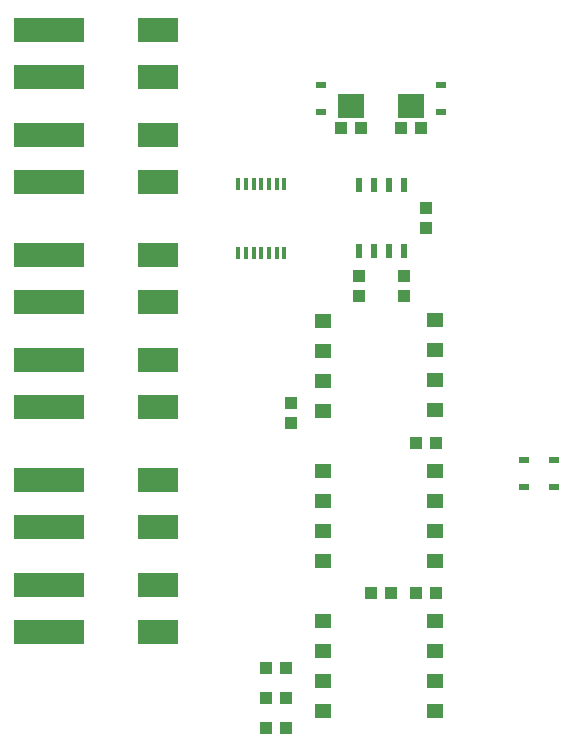
<source format=gtp>
G75*
%MOIN*%
%OFA0B0*%
%FSLAX25Y25*%
%IPPOS*%
%LPD*%
%AMOC8*
5,1,8,0,0,1.08239X$1,22.5*
%
%ADD10R,0.05512X0.05118*%
%ADD11R,0.02362X0.04724*%
%ADD12R,0.04331X0.03937*%
%ADD13R,0.03937X0.04331*%
%ADD14R,0.08800X0.08100*%
%ADD15R,0.03268X0.02480*%
%ADD16R,0.13780X0.07874*%
%ADD17R,0.23622X0.07874*%
%ADD18R,0.01200X0.03900*%
D10*
X0198806Y0050591D03*
X0198806Y0060591D03*
X0198806Y0070591D03*
X0198806Y0080591D03*
X0198806Y0100591D03*
X0198806Y0110591D03*
X0198806Y0120591D03*
X0198806Y0130591D03*
X0198802Y0150634D03*
X0198802Y0160634D03*
X0198802Y0170634D03*
X0198802Y0180634D03*
X0236361Y0180909D03*
X0236361Y0170909D03*
X0236361Y0160909D03*
X0236361Y0150909D03*
X0236365Y0130866D03*
X0236365Y0120866D03*
X0236365Y0110866D03*
X0236365Y0100866D03*
X0236365Y0080866D03*
X0236365Y0070866D03*
X0236365Y0060866D03*
X0236365Y0050866D03*
D11*
X0225833Y0203976D03*
X0220833Y0203976D03*
X0215833Y0203976D03*
X0210833Y0203976D03*
X0210833Y0226024D03*
X0215833Y0226024D03*
X0220833Y0226024D03*
X0225833Y0226024D03*
D12*
X0224987Y0245000D03*
X0231680Y0245000D03*
X0211680Y0245000D03*
X0204987Y0245000D03*
X0229987Y0140000D03*
X0236680Y0140000D03*
X0236680Y0090000D03*
X0229987Y0090000D03*
X0221680Y0090000D03*
X0214987Y0090000D03*
X0186680Y0065000D03*
X0179987Y0065000D03*
X0179987Y0055000D03*
X0186680Y0055000D03*
X0186680Y0045000D03*
X0179987Y0045000D03*
D13*
X0188333Y0146654D03*
X0188333Y0153346D03*
X0210833Y0189154D03*
X0210833Y0195846D03*
X0225833Y0195846D03*
X0225833Y0189154D03*
X0233333Y0211654D03*
X0233333Y0218346D03*
D14*
X0228333Y0252550D03*
X0208333Y0252550D03*
D15*
X0198333Y0250472D03*
X0198333Y0259528D03*
X0238333Y0259528D03*
X0238333Y0250472D03*
X0265833Y0134528D03*
X0265833Y0125472D03*
X0275833Y0125472D03*
X0275833Y0134528D03*
D16*
X0144003Y0127874D03*
X0144003Y0112126D03*
X0144003Y0092874D03*
X0144003Y0077126D03*
X0144003Y0152126D03*
X0144003Y0167874D03*
X0144003Y0187126D03*
X0144003Y0202874D03*
X0144003Y0227126D03*
X0144003Y0242874D03*
X0144003Y0262126D03*
X0144003Y0277874D03*
D17*
X0107585Y0077126D03*
X0107585Y0092874D03*
X0107585Y0112126D03*
X0107585Y0127874D03*
X0107585Y0152126D03*
X0107585Y0167874D03*
X0107585Y0187126D03*
X0107585Y0202874D03*
X0107585Y0227126D03*
X0107585Y0242874D03*
X0107585Y0262126D03*
X0107585Y0277874D03*
D18*
X0170656Y0226487D03*
X0173215Y0226487D03*
X0175774Y0226487D03*
X0178333Y0226487D03*
X0180892Y0226487D03*
X0183451Y0226487D03*
X0186010Y0226487D03*
X0186010Y0203513D03*
X0183451Y0203513D03*
X0180892Y0203513D03*
X0178333Y0203513D03*
X0175774Y0203513D03*
X0173215Y0203513D03*
X0170656Y0203513D03*
M02*

</source>
